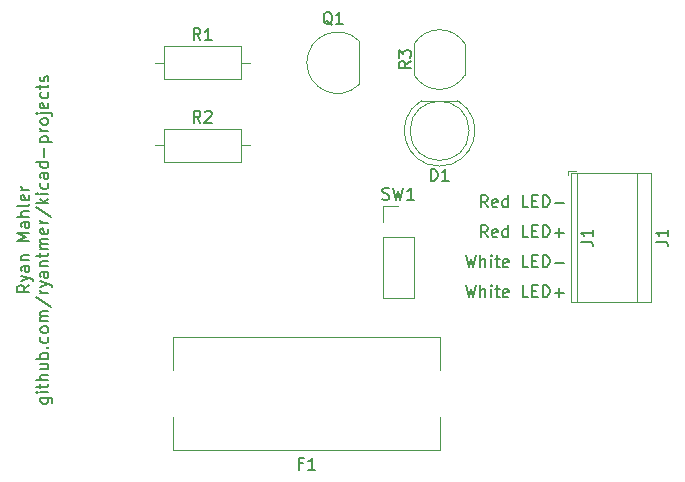
<source format=gbr>
%TF.GenerationSoftware,KiCad,Pcbnew,8.0.4*%
%TF.CreationDate,2024-08-25T13:27:35-07:00*%
%TF.ProjectId,EuroVan interior LED controller,4575726f-5661-46e2-9069-6e746572696f,rev?*%
%TF.SameCoordinates,Original*%
%TF.FileFunction,Legend,Top*%
%TF.FilePolarity,Positive*%
%FSLAX46Y46*%
G04 Gerber Fmt 4.6, Leading zero omitted, Abs format (unit mm)*
G04 Created by KiCad (PCBNEW 8.0.4) date 2024-08-25 13:27:35*
%MOMM*%
%LPD*%
G01*
G04 APERTURE LIST*
%ADD10C,0.187500*%
%ADD11C,0.150000*%
%ADD12C,0.120000*%
G04 APERTURE END LIST*
D10*
X110257925Y-124833334D02*
X109781734Y-125166667D01*
X110257925Y-125404762D02*
X109257925Y-125404762D01*
X109257925Y-125404762D02*
X109257925Y-125023810D01*
X109257925Y-125023810D02*
X109305544Y-124928572D01*
X109305544Y-124928572D02*
X109353163Y-124880953D01*
X109353163Y-124880953D02*
X109448401Y-124833334D01*
X109448401Y-124833334D02*
X109591258Y-124833334D01*
X109591258Y-124833334D02*
X109686496Y-124880953D01*
X109686496Y-124880953D02*
X109734115Y-124928572D01*
X109734115Y-124928572D02*
X109781734Y-125023810D01*
X109781734Y-125023810D02*
X109781734Y-125404762D01*
X109591258Y-124500000D02*
X110257925Y-124261905D01*
X109591258Y-124023810D02*
X110257925Y-124261905D01*
X110257925Y-124261905D02*
X110496020Y-124357143D01*
X110496020Y-124357143D02*
X110543639Y-124404762D01*
X110543639Y-124404762D02*
X110591258Y-124500000D01*
X110257925Y-123214286D02*
X109734115Y-123214286D01*
X109734115Y-123214286D02*
X109638877Y-123261905D01*
X109638877Y-123261905D02*
X109591258Y-123357143D01*
X109591258Y-123357143D02*
X109591258Y-123547619D01*
X109591258Y-123547619D02*
X109638877Y-123642857D01*
X110210306Y-123214286D02*
X110257925Y-123309524D01*
X110257925Y-123309524D02*
X110257925Y-123547619D01*
X110257925Y-123547619D02*
X110210306Y-123642857D01*
X110210306Y-123642857D02*
X110115067Y-123690476D01*
X110115067Y-123690476D02*
X110019829Y-123690476D01*
X110019829Y-123690476D02*
X109924591Y-123642857D01*
X109924591Y-123642857D02*
X109876972Y-123547619D01*
X109876972Y-123547619D02*
X109876972Y-123309524D01*
X109876972Y-123309524D02*
X109829353Y-123214286D01*
X109591258Y-122738095D02*
X110257925Y-122738095D01*
X109686496Y-122738095D02*
X109638877Y-122690476D01*
X109638877Y-122690476D02*
X109591258Y-122595238D01*
X109591258Y-122595238D02*
X109591258Y-122452381D01*
X109591258Y-122452381D02*
X109638877Y-122357143D01*
X109638877Y-122357143D02*
X109734115Y-122309524D01*
X109734115Y-122309524D02*
X110257925Y-122309524D01*
X110257925Y-121071428D02*
X109257925Y-121071428D01*
X109257925Y-121071428D02*
X109972210Y-120738095D01*
X109972210Y-120738095D02*
X109257925Y-120404762D01*
X109257925Y-120404762D02*
X110257925Y-120404762D01*
X110257925Y-119500000D02*
X109734115Y-119500000D01*
X109734115Y-119500000D02*
X109638877Y-119547619D01*
X109638877Y-119547619D02*
X109591258Y-119642857D01*
X109591258Y-119642857D02*
X109591258Y-119833333D01*
X109591258Y-119833333D02*
X109638877Y-119928571D01*
X110210306Y-119500000D02*
X110257925Y-119595238D01*
X110257925Y-119595238D02*
X110257925Y-119833333D01*
X110257925Y-119833333D02*
X110210306Y-119928571D01*
X110210306Y-119928571D02*
X110115067Y-119976190D01*
X110115067Y-119976190D02*
X110019829Y-119976190D01*
X110019829Y-119976190D02*
X109924591Y-119928571D01*
X109924591Y-119928571D02*
X109876972Y-119833333D01*
X109876972Y-119833333D02*
X109876972Y-119595238D01*
X109876972Y-119595238D02*
X109829353Y-119500000D01*
X110257925Y-119023809D02*
X109257925Y-119023809D01*
X110257925Y-118595238D02*
X109734115Y-118595238D01*
X109734115Y-118595238D02*
X109638877Y-118642857D01*
X109638877Y-118642857D02*
X109591258Y-118738095D01*
X109591258Y-118738095D02*
X109591258Y-118880952D01*
X109591258Y-118880952D02*
X109638877Y-118976190D01*
X109638877Y-118976190D02*
X109686496Y-119023809D01*
X110257925Y-117976190D02*
X110210306Y-118071428D01*
X110210306Y-118071428D02*
X110115067Y-118119047D01*
X110115067Y-118119047D02*
X109257925Y-118119047D01*
X110210306Y-117214285D02*
X110257925Y-117309523D01*
X110257925Y-117309523D02*
X110257925Y-117499999D01*
X110257925Y-117499999D02*
X110210306Y-117595237D01*
X110210306Y-117595237D02*
X110115067Y-117642856D01*
X110115067Y-117642856D02*
X109734115Y-117642856D01*
X109734115Y-117642856D02*
X109638877Y-117595237D01*
X109638877Y-117595237D02*
X109591258Y-117499999D01*
X109591258Y-117499999D02*
X109591258Y-117309523D01*
X109591258Y-117309523D02*
X109638877Y-117214285D01*
X109638877Y-117214285D02*
X109734115Y-117166666D01*
X109734115Y-117166666D02*
X109829353Y-117166666D01*
X109829353Y-117166666D02*
X109924591Y-117642856D01*
X110257925Y-116738094D02*
X109591258Y-116738094D01*
X109781734Y-116738094D02*
X109686496Y-116690475D01*
X109686496Y-116690475D02*
X109638877Y-116642856D01*
X109638877Y-116642856D02*
X109591258Y-116547618D01*
X109591258Y-116547618D02*
X109591258Y-116452380D01*
X111201202Y-134380953D02*
X112010726Y-134380953D01*
X112010726Y-134380953D02*
X112105964Y-134428572D01*
X112105964Y-134428572D02*
X112153583Y-134476191D01*
X112153583Y-134476191D02*
X112201202Y-134571429D01*
X112201202Y-134571429D02*
X112201202Y-134714286D01*
X112201202Y-134714286D02*
X112153583Y-134809524D01*
X111820250Y-134380953D02*
X111867869Y-134476191D01*
X111867869Y-134476191D02*
X111867869Y-134666667D01*
X111867869Y-134666667D02*
X111820250Y-134761905D01*
X111820250Y-134761905D02*
X111772630Y-134809524D01*
X111772630Y-134809524D02*
X111677392Y-134857143D01*
X111677392Y-134857143D02*
X111391678Y-134857143D01*
X111391678Y-134857143D02*
X111296440Y-134809524D01*
X111296440Y-134809524D02*
X111248821Y-134761905D01*
X111248821Y-134761905D02*
X111201202Y-134666667D01*
X111201202Y-134666667D02*
X111201202Y-134476191D01*
X111201202Y-134476191D02*
X111248821Y-134380953D01*
X111867869Y-133904762D02*
X111201202Y-133904762D01*
X110867869Y-133904762D02*
X110915488Y-133952381D01*
X110915488Y-133952381D02*
X110963107Y-133904762D01*
X110963107Y-133904762D02*
X110915488Y-133857143D01*
X110915488Y-133857143D02*
X110867869Y-133904762D01*
X110867869Y-133904762D02*
X110963107Y-133904762D01*
X111201202Y-133571429D02*
X111201202Y-133190477D01*
X110867869Y-133428572D02*
X111725011Y-133428572D01*
X111725011Y-133428572D02*
X111820250Y-133380953D01*
X111820250Y-133380953D02*
X111867869Y-133285715D01*
X111867869Y-133285715D02*
X111867869Y-133190477D01*
X111867869Y-132857143D02*
X110867869Y-132857143D01*
X111867869Y-132428572D02*
X111344059Y-132428572D01*
X111344059Y-132428572D02*
X111248821Y-132476191D01*
X111248821Y-132476191D02*
X111201202Y-132571429D01*
X111201202Y-132571429D02*
X111201202Y-132714286D01*
X111201202Y-132714286D02*
X111248821Y-132809524D01*
X111248821Y-132809524D02*
X111296440Y-132857143D01*
X111201202Y-131523810D02*
X111867869Y-131523810D01*
X111201202Y-131952381D02*
X111725011Y-131952381D01*
X111725011Y-131952381D02*
X111820250Y-131904762D01*
X111820250Y-131904762D02*
X111867869Y-131809524D01*
X111867869Y-131809524D02*
X111867869Y-131666667D01*
X111867869Y-131666667D02*
X111820250Y-131571429D01*
X111820250Y-131571429D02*
X111772630Y-131523810D01*
X111867869Y-131047619D02*
X110867869Y-131047619D01*
X111248821Y-131047619D02*
X111201202Y-130952381D01*
X111201202Y-130952381D02*
X111201202Y-130761905D01*
X111201202Y-130761905D02*
X111248821Y-130666667D01*
X111248821Y-130666667D02*
X111296440Y-130619048D01*
X111296440Y-130619048D02*
X111391678Y-130571429D01*
X111391678Y-130571429D02*
X111677392Y-130571429D01*
X111677392Y-130571429D02*
X111772630Y-130619048D01*
X111772630Y-130619048D02*
X111820250Y-130666667D01*
X111820250Y-130666667D02*
X111867869Y-130761905D01*
X111867869Y-130761905D02*
X111867869Y-130952381D01*
X111867869Y-130952381D02*
X111820250Y-131047619D01*
X111772630Y-130142857D02*
X111820250Y-130095238D01*
X111820250Y-130095238D02*
X111867869Y-130142857D01*
X111867869Y-130142857D02*
X111820250Y-130190476D01*
X111820250Y-130190476D02*
X111772630Y-130142857D01*
X111772630Y-130142857D02*
X111867869Y-130142857D01*
X111820250Y-129238096D02*
X111867869Y-129333334D01*
X111867869Y-129333334D02*
X111867869Y-129523810D01*
X111867869Y-129523810D02*
X111820250Y-129619048D01*
X111820250Y-129619048D02*
X111772630Y-129666667D01*
X111772630Y-129666667D02*
X111677392Y-129714286D01*
X111677392Y-129714286D02*
X111391678Y-129714286D01*
X111391678Y-129714286D02*
X111296440Y-129666667D01*
X111296440Y-129666667D02*
X111248821Y-129619048D01*
X111248821Y-129619048D02*
X111201202Y-129523810D01*
X111201202Y-129523810D02*
X111201202Y-129333334D01*
X111201202Y-129333334D02*
X111248821Y-129238096D01*
X111867869Y-128666667D02*
X111820250Y-128761905D01*
X111820250Y-128761905D02*
X111772630Y-128809524D01*
X111772630Y-128809524D02*
X111677392Y-128857143D01*
X111677392Y-128857143D02*
X111391678Y-128857143D01*
X111391678Y-128857143D02*
X111296440Y-128809524D01*
X111296440Y-128809524D02*
X111248821Y-128761905D01*
X111248821Y-128761905D02*
X111201202Y-128666667D01*
X111201202Y-128666667D02*
X111201202Y-128523810D01*
X111201202Y-128523810D02*
X111248821Y-128428572D01*
X111248821Y-128428572D02*
X111296440Y-128380953D01*
X111296440Y-128380953D02*
X111391678Y-128333334D01*
X111391678Y-128333334D02*
X111677392Y-128333334D01*
X111677392Y-128333334D02*
X111772630Y-128380953D01*
X111772630Y-128380953D02*
X111820250Y-128428572D01*
X111820250Y-128428572D02*
X111867869Y-128523810D01*
X111867869Y-128523810D02*
X111867869Y-128666667D01*
X111867869Y-127904762D02*
X111201202Y-127904762D01*
X111296440Y-127904762D02*
X111248821Y-127857143D01*
X111248821Y-127857143D02*
X111201202Y-127761905D01*
X111201202Y-127761905D02*
X111201202Y-127619048D01*
X111201202Y-127619048D02*
X111248821Y-127523810D01*
X111248821Y-127523810D02*
X111344059Y-127476191D01*
X111344059Y-127476191D02*
X111867869Y-127476191D01*
X111344059Y-127476191D02*
X111248821Y-127428572D01*
X111248821Y-127428572D02*
X111201202Y-127333334D01*
X111201202Y-127333334D02*
X111201202Y-127190477D01*
X111201202Y-127190477D02*
X111248821Y-127095238D01*
X111248821Y-127095238D02*
X111344059Y-127047619D01*
X111344059Y-127047619D02*
X111867869Y-127047619D01*
X110820250Y-125857144D02*
X112105964Y-126714286D01*
X111867869Y-125523810D02*
X111201202Y-125523810D01*
X111391678Y-125523810D02*
X111296440Y-125476191D01*
X111296440Y-125476191D02*
X111248821Y-125428572D01*
X111248821Y-125428572D02*
X111201202Y-125333334D01*
X111201202Y-125333334D02*
X111201202Y-125238096D01*
X111201202Y-125000000D02*
X111867869Y-124761905D01*
X111201202Y-124523810D02*
X111867869Y-124761905D01*
X111867869Y-124761905D02*
X112105964Y-124857143D01*
X112105964Y-124857143D02*
X112153583Y-124904762D01*
X112153583Y-124904762D02*
X112201202Y-125000000D01*
X111867869Y-123714286D02*
X111344059Y-123714286D01*
X111344059Y-123714286D02*
X111248821Y-123761905D01*
X111248821Y-123761905D02*
X111201202Y-123857143D01*
X111201202Y-123857143D02*
X111201202Y-124047619D01*
X111201202Y-124047619D02*
X111248821Y-124142857D01*
X111820250Y-123714286D02*
X111867869Y-123809524D01*
X111867869Y-123809524D02*
X111867869Y-124047619D01*
X111867869Y-124047619D02*
X111820250Y-124142857D01*
X111820250Y-124142857D02*
X111725011Y-124190476D01*
X111725011Y-124190476D02*
X111629773Y-124190476D01*
X111629773Y-124190476D02*
X111534535Y-124142857D01*
X111534535Y-124142857D02*
X111486916Y-124047619D01*
X111486916Y-124047619D02*
X111486916Y-123809524D01*
X111486916Y-123809524D02*
X111439297Y-123714286D01*
X111201202Y-123238095D02*
X111867869Y-123238095D01*
X111296440Y-123238095D02*
X111248821Y-123190476D01*
X111248821Y-123190476D02*
X111201202Y-123095238D01*
X111201202Y-123095238D02*
X111201202Y-122952381D01*
X111201202Y-122952381D02*
X111248821Y-122857143D01*
X111248821Y-122857143D02*
X111344059Y-122809524D01*
X111344059Y-122809524D02*
X111867869Y-122809524D01*
X111201202Y-122476190D02*
X111201202Y-122095238D01*
X110867869Y-122333333D02*
X111725011Y-122333333D01*
X111725011Y-122333333D02*
X111820250Y-122285714D01*
X111820250Y-122285714D02*
X111867869Y-122190476D01*
X111867869Y-122190476D02*
X111867869Y-122095238D01*
X111867869Y-121761904D02*
X111201202Y-121761904D01*
X111296440Y-121761904D02*
X111248821Y-121714285D01*
X111248821Y-121714285D02*
X111201202Y-121619047D01*
X111201202Y-121619047D02*
X111201202Y-121476190D01*
X111201202Y-121476190D02*
X111248821Y-121380952D01*
X111248821Y-121380952D02*
X111344059Y-121333333D01*
X111344059Y-121333333D02*
X111867869Y-121333333D01*
X111344059Y-121333333D02*
X111248821Y-121285714D01*
X111248821Y-121285714D02*
X111201202Y-121190476D01*
X111201202Y-121190476D02*
X111201202Y-121047619D01*
X111201202Y-121047619D02*
X111248821Y-120952380D01*
X111248821Y-120952380D02*
X111344059Y-120904761D01*
X111344059Y-120904761D02*
X111867869Y-120904761D01*
X111820250Y-120047619D02*
X111867869Y-120142857D01*
X111867869Y-120142857D02*
X111867869Y-120333333D01*
X111867869Y-120333333D02*
X111820250Y-120428571D01*
X111820250Y-120428571D02*
X111725011Y-120476190D01*
X111725011Y-120476190D02*
X111344059Y-120476190D01*
X111344059Y-120476190D02*
X111248821Y-120428571D01*
X111248821Y-120428571D02*
X111201202Y-120333333D01*
X111201202Y-120333333D02*
X111201202Y-120142857D01*
X111201202Y-120142857D02*
X111248821Y-120047619D01*
X111248821Y-120047619D02*
X111344059Y-120000000D01*
X111344059Y-120000000D02*
X111439297Y-120000000D01*
X111439297Y-120000000D02*
X111534535Y-120476190D01*
X111867869Y-119571428D02*
X111201202Y-119571428D01*
X111391678Y-119571428D02*
X111296440Y-119523809D01*
X111296440Y-119523809D02*
X111248821Y-119476190D01*
X111248821Y-119476190D02*
X111201202Y-119380952D01*
X111201202Y-119380952D02*
X111201202Y-119285714D01*
X110820250Y-118238095D02*
X112105964Y-119095237D01*
X111867869Y-117904761D02*
X110867869Y-117904761D01*
X111486916Y-117809523D02*
X111867869Y-117523809D01*
X111201202Y-117523809D02*
X111582154Y-117904761D01*
X111867869Y-117095237D02*
X111201202Y-117095237D01*
X110867869Y-117095237D02*
X110915488Y-117142856D01*
X110915488Y-117142856D02*
X110963107Y-117095237D01*
X110963107Y-117095237D02*
X110915488Y-117047618D01*
X110915488Y-117047618D02*
X110867869Y-117095237D01*
X110867869Y-117095237D02*
X110963107Y-117095237D01*
X111820250Y-116190476D02*
X111867869Y-116285714D01*
X111867869Y-116285714D02*
X111867869Y-116476190D01*
X111867869Y-116476190D02*
X111820250Y-116571428D01*
X111820250Y-116571428D02*
X111772630Y-116619047D01*
X111772630Y-116619047D02*
X111677392Y-116666666D01*
X111677392Y-116666666D02*
X111391678Y-116666666D01*
X111391678Y-116666666D02*
X111296440Y-116619047D01*
X111296440Y-116619047D02*
X111248821Y-116571428D01*
X111248821Y-116571428D02*
X111201202Y-116476190D01*
X111201202Y-116476190D02*
X111201202Y-116285714D01*
X111201202Y-116285714D02*
X111248821Y-116190476D01*
X111867869Y-115333333D02*
X111344059Y-115333333D01*
X111344059Y-115333333D02*
X111248821Y-115380952D01*
X111248821Y-115380952D02*
X111201202Y-115476190D01*
X111201202Y-115476190D02*
X111201202Y-115666666D01*
X111201202Y-115666666D02*
X111248821Y-115761904D01*
X111820250Y-115333333D02*
X111867869Y-115428571D01*
X111867869Y-115428571D02*
X111867869Y-115666666D01*
X111867869Y-115666666D02*
X111820250Y-115761904D01*
X111820250Y-115761904D02*
X111725011Y-115809523D01*
X111725011Y-115809523D02*
X111629773Y-115809523D01*
X111629773Y-115809523D02*
X111534535Y-115761904D01*
X111534535Y-115761904D02*
X111486916Y-115666666D01*
X111486916Y-115666666D02*
X111486916Y-115428571D01*
X111486916Y-115428571D02*
X111439297Y-115333333D01*
X111867869Y-114428571D02*
X110867869Y-114428571D01*
X111820250Y-114428571D02*
X111867869Y-114523809D01*
X111867869Y-114523809D02*
X111867869Y-114714285D01*
X111867869Y-114714285D02*
X111820250Y-114809523D01*
X111820250Y-114809523D02*
X111772630Y-114857142D01*
X111772630Y-114857142D02*
X111677392Y-114904761D01*
X111677392Y-114904761D02*
X111391678Y-114904761D01*
X111391678Y-114904761D02*
X111296440Y-114857142D01*
X111296440Y-114857142D02*
X111248821Y-114809523D01*
X111248821Y-114809523D02*
X111201202Y-114714285D01*
X111201202Y-114714285D02*
X111201202Y-114523809D01*
X111201202Y-114523809D02*
X111248821Y-114428571D01*
X111486916Y-113952380D02*
X111486916Y-113190476D01*
X111201202Y-112714285D02*
X112201202Y-112714285D01*
X111248821Y-112714285D02*
X111201202Y-112619047D01*
X111201202Y-112619047D02*
X111201202Y-112428571D01*
X111201202Y-112428571D02*
X111248821Y-112333333D01*
X111248821Y-112333333D02*
X111296440Y-112285714D01*
X111296440Y-112285714D02*
X111391678Y-112238095D01*
X111391678Y-112238095D02*
X111677392Y-112238095D01*
X111677392Y-112238095D02*
X111772630Y-112285714D01*
X111772630Y-112285714D02*
X111820250Y-112333333D01*
X111820250Y-112333333D02*
X111867869Y-112428571D01*
X111867869Y-112428571D02*
X111867869Y-112619047D01*
X111867869Y-112619047D02*
X111820250Y-112714285D01*
X111867869Y-111809523D02*
X111201202Y-111809523D01*
X111391678Y-111809523D02*
X111296440Y-111761904D01*
X111296440Y-111761904D02*
X111248821Y-111714285D01*
X111248821Y-111714285D02*
X111201202Y-111619047D01*
X111201202Y-111619047D02*
X111201202Y-111523809D01*
X111867869Y-111047618D02*
X111820250Y-111142856D01*
X111820250Y-111142856D02*
X111772630Y-111190475D01*
X111772630Y-111190475D02*
X111677392Y-111238094D01*
X111677392Y-111238094D02*
X111391678Y-111238094D01*
X111391678Y-111238094D02*
X111296440Y-111190475D01*
X111296440Y-111190475D02*
X111248821Y-111142856D01*
X111248821Y-111142856D02*
X111201202Y-111047618D01*
X111201202Y-111047618D02*
X111201202Y-110904761D01*
X111201202Y-110904761D02*
X111248821Y-110809523D01*
X111248821Y-110809523D02*
X111296440Y-110761904D01*
X111296440Y-110761904D02*
X111391678Y-110714285D01*
X111391678Y-110714285D02*
X111677392Y-110714285D01*
X111677392Y-110714285D02*
X111772630Y-110761904D01*
X111772630Y-110761904D02*
X111820250Y-110809523D01*
X111820250Y-110809523D02*
X111867869Y-110904761D01*
X111867869Y-110904761D02*
X111867869Y-111047618D01*
X111201202Y-110285713D02*
X112058345Y-110285713D01*
X112058345Y-110285713D02*
X112153583Y-110333332D01*
X112153583Y-110333332D02*
X112201202Y-110428570D01*
X112201202Y-110428570D02*
X112201202Y-110476189D01*
X110867869Y-110285713D02*
X110915488Y-110333332D01*
X110915488Y-110333332D02*
X110963107Y-110285713D01*
X110963107Y-110285713D02*
X110915488Y-110238094D01*
X110915488Y-110238094D02*
X110867869Y-110285713D01*
X110867869Y-110285713D02*
X110963107Y-110285713D01*
X111820250Y-109428571D02*
X111867869Y-109523809D01*
X111867869Y-109523809D02*
X111867869Y-109714285D01*
X111867869Y-109714285D02*
X111820250Y-109809523D01*
X111820250Y-109809523D02*
X111725011Y-109857142D01*
X111725011Y-109857142D02*
X111344059Y-109857142D01*
X111344059Y-109857142D02*
X111248821Y-109809523D01*
X111248821Y-109809523D02*
X111201202Y-109714285D01*
X111201202Y-109714285D02*
X111201202Y-109523809D01*
X111201202Y-109523809D02*
X111248821Y-109428571D01*
X111248821Y-109428571D02*
X111344059Y-109380952D01*
X111344059Y-109380952D02*
X111439297Y-109380952D01*
X111439297Y-109380952D02*
X111534535Y-109857142D01*
X111820250Y-108523809D02*
X111867869Y-108619047D01*
X111867869Y-108619047D02*
X111867869Y-108809523D01*
X111867869Y-108809523D02*
X111820250Y-108904761D01*
X111820250Y-108904761D02*
X111772630Y-108952380D01*
X111772630Y-108952380D02*
X111677392Y-108999999D01*
X111677392Y-108999999D02*
X111391678Y-108999999D01*
X111391678Y-108999999D02*
X111296440Y-108952380D01*
X111296440Y-108952380D02*
X111248821Y-108904761D01*
X111248821Y-108904761D02*
X111201202Y-108809523D01*
X111201202Y-108809523D02*
X111201202Y-108619047D01*
X111201202Y-108619047D02*
X111248821Y-108523809D01*
X111201202Y-108238094D02*
X111201202Y-107857142D01*
X110867869Y-108095237D02*
X111725011Y-108095237D01*
X111725011Y-108095237D02*
X111820250Y-108047618D01*
X111820250Y-108047618D02*
X111867869Y-107952380D01*
X111867869Y-107952380D02*
X111867869Y-107857142D01*
X111820250Y-107571427D02*
X111867869Y-107476189D01*
X111867869Y-107476189D02*
X111867869Y-107285713D01*
X111867869Y-107285713D02*
X111820250Y-107190475D01*
X111820250Y-107190475D02*
X111725011Y-107142856D01*
X111725011Y-107142856D02*
X111677392Y-107142856D01*
X111677392Y-107142856D02*
X111582154Y-107190475D01*
X111582154Y-107190475D02*
X111534535Y-107285713D01*
X111534535Y-107285713D02*
X111534535Y-107428570D01*
X111534535Y-107428570D02*
X111486916Y-107523808D01*
X111486916Y-107523808D02*
X111391678Y-107571427D01*
X111391678Y-107571427D02*
X111344059Y-107571427D01*
X111344059Y-107571427D02*
X111248821Y-107523808D01*
X111248821Y-107523808D02*
X111201202Y-107428570D01*
X111201202Y-107428570D02*
X111201202Y-107285713D01*
X111201202Y-107285713D02*
X111248821Y-107190475D01*
X149073977Y-118231869D02*
X148740644Y-117755678D01*
X148502549Y-118231869D02*
X148502549Y-117231869D01*
X148502549Y-117231869D02*
X148883501Y-117231869D01*
X148883501Y-117231869D02*
X148978739Y-117279488D01*
X148978739Y-117279488D02*
X149026358Y-117327107D01*
X149026358Y-117327107D02*
X149073977Y-117422345D01*
X149073977Y-117422345D02*
X149073977Y-117565202D01*
X149073977Y-117565202D02*
X149026358Y-117660440D01*
X149026358Y-117660440D02*
X148978739Y-117708059D01*
X148978739Y-117708059D02*
X148883501Y-117755678D01*
X148883501Y-117755678D02*
X148502549Y-117755678D01*
X149883501Y-118184250D02*
X149788263Y-118231869D01*
X149788263Y-118231869D02*
X149597787Y-118231869D01*
X149597787Y-118231869D02*
X149502549Y-118184250D01*
X149502549Y-118184250D02*
X149454930Y-118089011D01*
X149454930Y-118089011D02*
X149454930Y-117708059D01*
X149454930Y-117708059D02*
X149502549Y-117612821D01*
X149502549Y-117612821D02*
X149597787Y-117565202D01*
X149597787Y-117565202D02*
X149788263Y-117565202D01*
X149788263Y-117565202D02*
X149883501Y-117612821D01*
X149883501Y-117612821D02*
X149931120Y-117708059D01*
X149931120Y-117708059D02*
X149931120Y-117803297D01*
X149931120Y-117803297D02*
X149454930Y-117898535D01*
X150788263Y-118231869D02*
X150788263Y-117231869D01*
X150788263Y-118184250D02*
X150693025Y-118231869D01*
X150693025Y-118231869D02*
X150502549Y-118231869D01*
X150502549Y-118231869D02*
X150407311Y-118184250D01*
X150407311Y-118184250D02*
X150359692Y-118136630D01*
X150359692Y-118136630D02*
X150312073Y-118041392D01*
X150312073Y-118041392D02*
X150312073Y-117755678D01*
X150312073Y-117755678D02*
X150359692Y-117660440D01*
X150359692Y-117660440D02*
X150407311Y-117612821D01*
X150407311Y-117612821D02*
X150502549Y-117565202D01*
X150502549Y-117565202D02*
X150693025Y-117565202D01*
X150693025Y-117565202D02*
X150788263Y-117612821D01*
X152502549Y-118231869D02*
X152026359Y-118231869D01*
X152026359Y-118231869D02*
X152026359Y-117231869D01*
X152835883Y-117708059D02*
X153169216Y-117708059D01*
X153312073Y-118231869D02*
X152835883Y-118231869D01*
X152835883Y-118231869D02*
X152835883Y-117231869D01*
X152835883Y-117231869D02*
X153312073Y-117231869D01*
X153740645Y-118231869D02*
X153740645Y-117231869D01*
X153740645Y-117231869D02*
X153978740Y-117231869D01*
X153978740Y-117231869D02*
X154121597Y-117279488D01*
X154121597Y-117279488D02*
X154216835Y-117374726D01*
X154216835Y-117374726D02*
X154264454Y-117469964D01*
X154264454Y-117469964D02*
X154312073Y-117660440D01*
X154312073Y-117660440D02*
X154312073Y-117803297D01*
X154312073Y-117803297D02*
X154264454Y-117993773D01*
X154264454Y-117993773D02*
X154216835Y-118089011D01*
X154216835Y-118089011D02*
X154121597Y-118184250D01*
X154121597Y-118184250D02*
X153978740Y-118231869D01*
X153978740Y-118231869D02*
X153740645Y-118231869D01*
X154740645Y-117850916D02*
X155502550Y-117850916D01*
X147216835Y-122311869D02*
X147454930Y-123311869D01*
X147454930Y-123311869D02*
X147645406Y-122597583D01*
X147645406Y-122597583D02*
X147835882Y-123311869D01*
X147835882Y-123311869D02*
X148073978Y-122311869D01*
X148454930Y-123311869D02*
X148454930Y-122311869D01*
X148883501Y-123311869D02*
X148883501Y-122788059D01*
X148883501Y-122788059D02*
X148835882Y-122692821D01*
X148835882Y-122692821D02*
X148740644Y-122645202D01*
X148740644Y-122645202D02*
X148597787Y-122645202D01*
X148597787Y-122645202D02*
X148502549Y-122692821D01*
X148502549Y-122692821D02*
X148454930Y-122740440D01*
X149359692Y-123311869D02*
X149359692Y-122645202D01*
X149359692Y-122311869D02*
X149312073Y-122359488D01*
X149312073Y-122359488D02*
X149359692Y-122407107D01*
X149359692Y-122407107D02*
X149407311Y-122359488D01*
X149407311Y-122359488D02*
X149359692Y-122311869D01*
X149359692Y-122311869D02*
X149359692Y-122407107D01*
X149693025Y-122645202D02*
X150073977Y-122645202D01*
X149835882Y-122311869D02*
X149835882Y-123169011D01*
X149835882Y-123169011D02*
X149883501Y-123264250D01*
X149883501Y-123264250D02*
X149978739Y-123311869D01*
X149978739Y-123311869D02*
X150073977Y-123311869D01*
X150788263Y-123264250D02*
X150693025Y-123311869D01*
X150693025Y-123311869D02*
X150502549Y-123311869D01*
X150502549Y-123311869D02*
X150407311Y-123264250D01*
X150407311Y-123264250D02*
X150359692Y-123169011D01*
X150359692Y-123169011D02*
X150359692Y-122788059D01*
X150359692Y-122788059D02*
X150407311Y-122692821D01*
X150407311Y-122692821D02*
X150502549Y-122645202D01*
X150502549Y-122645202D02*
X150693025Y-122645202D01*
X150693025Y-122645202D02*
X150788263Y-122692821D01*
X150788263Y-122692821D02*
X150835882Y-122788059D01*
X150835882Y-122788059D02*
X150835882Y-122883297D01*
X150835882Y-122883297D02*
X150359692Y-122978535D01*
X152502549Y-123311869D02*
X152026359Y-123311869D01*
X152026359Y-123311869D02*
X152026359Y-122311869D01*
X152835883Y-122788059D02*
X153169216Y-122788059D01*
X153312073Y-123311869D02*
X152835883Y-123311869D01*
X152835883Y-123311869D02*
X152835883Y-122311869D01*
X152835883Y-122311869D02*
X153312073Y-122311869D01*
X153740645Y-123311869D02*
X153740645Y-122311869D01*
X153740645Y-122311869D02*
X153978740Y-122311869D01*
X153978740Y-122311869D02*
X154121597Y-122359488D01*
X154121597Y-122359488D02*
X154216835Y-122454726D01*
X154216835Y-122454726D02*
X154264454Y-122549964D01*
X154264454Y-122549964D02*
X154312073Y-122740440D01*
X154312073Y-122740440D02*
X154312073Y-122883297D01*
X154312073Y-122883297D02*
X154264454Y-123073773D01*
X154264454Y-123073773D02*
X154216835Y-123169011D01*
X154216835Y-123169011D02*
X154121597Y-123264250D01*
X154121597Y-123264250D02*
X153978740Y-123311869D01*
X153978740Y-123311869D02*
X153740645Y-123311869D01*
X154740645Y-122930916D02*
X155502550Y-122930916D01*
X149073977Y-120771869D02*
X148740644Y-120295678D01*
X148502549Y-120771869D02*
X148502549Y-119771869D01*
X148502549Y-119771869D02*
X148883501Y-119771869D01*
X148883501Y-119771869D02*
X148978739Y-119819488D01*
X148978739Y-119819488D02*
X149026358Y-119867107D01*
X149026358Y-119867107D02*
X149073977Y-119962345D01*
X149073977Y-119962345D02*
X149073977Y-120105202D01*
X149073977Y-120105202D02*
X149026358Y-120200440D01*
X149026358Y-120200440D02*
X148978739Y-120248059D01*
X148978739Y-120248059D02*
X148883501Y-120295678D01*
X148883501Y-120295678D02*
X148502549Y-120295678D01*
X149883501Y-120724250D02*
X149788263Y-120771869D01*
X149788263Y-120771869D02*
X149597787Y-120771869D01*
X149597787Y-120771869D02*
X149502549Y-120724250D01*
X149502549Y-120724250D02*
X149454930Y-120629011D01*
X149454930Y-120629011D02*
X149454930Y-120248059D01*
X149454930Y-120248059D02*
X149502549Y-120152821D01*
X149502549Y-120152821D02*
X149597787Y-120105202D01*
X149597787Y-120105202D02*
X149788263Y-120105202D01*
X149788263Y-120105202D02*
X149883501Y-120152821D01*
X149883501Y-120152821D02*
X149931120Y-120248059D01*
X149931120Y-120248059D02*
X149931120Y-120343297D01*
X149931120Y-120343297D02*
X149454930Y-120438535D01*
X150788263Y-120771869D02*
X150788263Y-119771869D01*
X150788263Y-120724250D02*
X150693025Y-120771869D01*
X150693025Y-120771869D02*
X150502549Y-120771869D01*
X150502549Y-120771869D02*
X150407311Y-120724250D01*
X150407311Y-120724250D02*
X150359692Y-120676630D01*
X150359692Y-120676630D02*
X150312073Y-120581392D01*
X150312073Y-120581392D02*
X150312073Y-120295678D01*
X150312073Y-120295678D02*
X150359692Y-120200440D01*
X150359692Y-120200440D02*
X150407311Y-120152821D01*
X150407311Y-120152821D02*
X150502549Y-120105202D01*
X150502549Y-120105202D02*
X150693025Y-120105202D01*
X150693025Y-120105202D02*
X150788263Y-120152821D01*
X152502549Y-120771869D02*
X152026359Y-120771869D01*
X152026359Y-120771869D02*
X152026359Y-119771869D01*
X152835883Y-120248059D02*
X153169216Y-120248059D01*
X153312073Y-120771869D02*
X152835883Y-120771869D01*
X152835883Y-120771869D02*
X152835883Y-119771869D01*
X152835883Y-119771869D02*
X153312073Y-119771869D01*
X153740645Y-120771869D02*
X153740645Y-119771869D01*
X153740645Y-119771869D02*
X153978740Y-119771869D01*
X153978740Y-119771869D02*
X154121597Y-119819488D01*
X154121597Y-119819488D02*
X154216835Y-119914726D01*
X154216835Y-119914726D02*
X154264454Y-120009964D01*
X154264454Y-120009964D02*
X154312073Y-120200440D01*
X154312073Y-120200440D02*
X154312073Y-120343297D01*
X154312073Y-120343297D02*
X154264454Y-120533773D01*
X154264454Y-120533773D02*
X154216835Y-120629011D01*
X154216835Y-120629011D02*
X154121597Y-120724250D01*
X154121597Y-120724250D02*
X153978740Y-120771869D01*
X153978740Y-120771869D02*
X153740645Y-120771869D01*
X154740645Y-120390916D02*
X155502550Y-120390916D01*
X155121597Y-120771869D02*
X155121597Y-120009964D01*
X147216835Y-124851869D02*
X147454930Y-125851869D01*
X147454930Y-125851869D02*
X147645406Y-125137583D01*
X147645406Y-125137583D02*
X147835882Y-125851869D01*
X147835882Y-125851869D02*
X148073978Y-124851869D01*
X148454930Y-125851869D02*
X148454930Y-124851869D01*
X148883501Y-125851869D02*
X148883501Y-125328059D01*
X148883501Y-125328059D02*
X148835882Y-125232821D01*
X148835882Y-125232821D02*
X148740644Y-125185202D01*
X148740644Y-125185202D02*
X148597787Y-125185202D01*
X148597787Y-125185202D02*
X148502549Y-125232821D01*
X148502549Y-125232821D02*
X148454930Y-125280440D01*
X149359692Y-125851869D02*
X149359692Y-125185202D01*
X149359692Y-124851869D02*
X149312073Y-124899488D01*
X149312073Y-124899488D02*
X149359692Y-124947107D01*
X149359692Y-124947107D02*
X149407311Y-124899488D01*
X149407311Y-124899488D02*
X149359692Y-124851869D01*
X149359692Y-124851869D02*
X149359692Y-124947107D01*
X149693025Y-125185202D02*
X150073977Y-125185202D01*
X149835882Y-124851869D02*
X149835882Y-125709011D01*
X149835882Y-125709011D02*
X149883501Y-125804250D01*
X149883501Y-125804250D02*
X149978739Y-125851869D01*
X149978739Y-125851869D02*
X150073977Y-125851869D01*
X150788263Y-125804250D02*
X150693025Y-125851869D01*
X150693025Y-125851869D02*
X150502549Y-125851869D01*
X150502549Y-125851869D02*
X150407311Y-125804250D01*
X150407311Y-125804250D02*
X150359692Y-125709011D01*
X150359692Y-125709011D02*
X150359692Y-125328059D01*
X150359692Y-125328059D02*
X150407311Y-125232821D01*
X150407311Y-125232821D02*
X150502549Y-125185202D01*
X150502549Y-125185202D02*
X150693025Y-125185202D01*
X150693025Y-125185202D02*
X150788263Y-125232821D01*
X150788263Y-125232821D02*
X150835882Y-125328059D01*
X150835882Y-125328059D02*
X150835882Y-125423297D01*
X150835882Y-125423297D02*
X150359692Y-125518535D01*
X152502549Y-125851869D02*
X152026359Y-125851869D01*
X152026359Y-125851869D02*
X152026359Y-124851869D01*
X152835883Y-125328059D02*
X153169216Y-125328059D01*
X153312073Y-125851869D02*
X152835883Y-125851869D01*
X152835883Y-125851869D02*
X152835883Y-124851869D01*
X152835883Y-124851869D02*
X153312073Y-124851869D01*
X153740645Y-125851869D02*
X153740645Y-124851869D01*
X153740645Y-124851869D02*
X153978740Y-124851869D01*
X153978740Y-124851869D02*
X154121597Y-124899488D01*
X154121597Y-124899488D02*
X154216835Y-124994726D01*
X154216835Y-124994726D02*
X154264454Y-125089964D01*
X154264454Y-125089964D02*
X154312073Y-125280440D01*
X154312073Y-125280440D02*
X154312073Y-125423297D01*
X154312073Y-125423297D02*
X154264454Y-125613773D01*
X154264454Y-125613773D02*
X154216835Y-125709011D01*
X154216835Y-125709011D02*
X154121597Y-125804250D01*
X154121597Y-125804250D02*
X153978740Y-125851869D01*
X153978740Y-125851869D02*
X153740645Y-125851869D01*
X154740645Y-125470916D02*
X155502550Y-125470916D01*
X155121597Y-125851869D02*
X155121597Y-125089964D01*
D11*
X142554819Y-105896666D02*
X142078628Y-106229999D01*
X142554819Y-106468094D02*
X141554819Y-106468094D01*
X141554819Y-106468094D02*
X141554819Y-106087142D01*
X141554819Y-106087142D02*
X141602438Y-105991904D01*
X141602438Y-105991904D02*
X141650057Y-105944285D01*
X141650057Y-105944285D02*
X141745295Y-105896666D01*
X141745295Y-105896666D02*
X141888152Y-105896666D01*
X141888152Y-105896666D02*
X141983390Y-105944285D01*
X141983390Y-105944285D02*
X142031009Y-105991904D01*
X142031009Y-105991904D02*
X142078628Y-106087142D01*
X142078628Y-106087142D02*
X142078628Y-106468094D01*
X141554819Y-105563332D02*
X141554819Y-104944285D01*
X141554819Y-104944285D02*
X141935771Y-105277618D01*
X141935771Y-105277618D02*
X141935771Y-105134761D01*
X141935771Y-105134761D02*
X141983390Y-105039523D01*
X141983390Y-105039523D02*
X142031009Y-104991904D01*
X142031009Y-104991904D02*
X142126247Y-104944285D01*
X142126247Y-104944285D02*
X142364342Y-104944285D01*
X142364342Y-104944285D02*
X142459580Y-104991904D01*
X142459580Y-104991904D02*
X142507200Y-105039523D01*
X142507200Y-105039523D02*
X142554819Y-105134761D01*
X142554819Y-105134761D02*
X142554819Y-105420475D01*
X142554819Y-105420475D02*
X142507200Y-105515713D01*
X142507200Y-105515713D02*
X142459580Y-105563332D01*
X124753333Y-104084819D02*
X124420000Y-103608628D01*
X124181905Y-104084819D02*
X124181905Y-103084819D01*
X124181905Y-103084819D02*
X124562857Y-103084819D01*
X124562857Y-103084819D02*
X124658095Y-103132438D01*
X124658095Y-103132438D02*
X124705714Y-103180057D01*
X124705714Y-103180057D02*
X124753333Y-103275295D01*
X124753333Y-103275295D02*
X124753333Y-103418152D01*
X124753333Y-103418152D02*
X124705714Y-103513390D01*
X124705714Y-103513390D02*
X124658095Y-103561009D01*
X124658095Y-103561009D02*
X124562857Y-103608628D01*
X124562857Y-103608628D02*
X124181905Y-103608628D01*
X125705714Y-104084819D02*
X125134286Y-104084819D01*
X125420000Y-104084819D02*
X125420000Y-103084819D01*
X125420000Y-103084819D02*
X125324762Y-103227676D01*
X125324762Y-103227676D02*
X125229524Y-103322914D01*
X125229524Y-103322914D02*
X125134286Y-103370533D01*
X140166667Y-117552200D02*
X140309524Y-117599819D01*
X140309524Y-117599819D02*
X140547619Y-117599819D01*
X140547619Y-117599819D02*
X140642857Y-117552200D01*
X140642857Y-117552200D02*
X140690476Y-117504580D01*
X140690476Y-117504580D02*
X140738095Y-117409342D01*
X140738095Y-117409342D02*
X140738095Y-117314104D01*
X140738095Y-117314104D02*
X140690476Y-117218866D01*
X140690476Y-117218866D02*
X140642857Y-117171247D01*
X140642857Y-117171247D02*
X140547619Y-117123628D01*
X140547619Y-117123628D02*
X140357143Y-117076009D01*
X140357143Y-117076009D02*
X140261905Y-117028390D01*
X140261905Y-117028390D02*
X140214286Y-116980771D01*
X140214286Y-116980771D02*
X140166667Y-116885533D01*
X140166667Y-116885533D02*
X140166667Y-116790295D01*
X140166667Y-116790295D02*
X140214286Y-116695057D01*
X140214286Y-116695057D02*
X140261905Y-116647438D01*
X140261905Y-116647438D02*
X140357143Y-116599819D01*
X140357143Y-116599819D02*
X140595238Y-116599819D01*
X140595238Y-116599819D02*
X140738095Y-116647438D01*
X141071429Y-116599819D02*
X141309524Y-117599819D01*
X141309524Y-117599819D02*
X141500000Y-116885533D01*
X141500000Y-116885533D02*
X141690476Y-117599819D01*
X141690476Y-117599819D02*
X141928572Y-116599819D01*
X142833333Y-117599819D02*
X142261905Y-117599819D01*
X142547619Y-117599819D02*
X142547619Y-116599819D01*
X142547619Y-116599819D02*
X142452381Y-116742676D01*
X142452381Y-116742676D02*
X142357143Y-116837914D01*
X142357143Y-116837914D02*
X142261905Y-116885533D01*
X163324819Y-121143333D02*
X164039104Y-121143333D01*
X164039104Y-121143333D02*
X164181961Y-121190952D01*
X164181961Y-121190952D02*
X164277200Y-121286190D01*
X164277200Y-121286190D02*
X164324819Y-121429047D01*
X164324819Y-121429047D02*
X164324819Y-121524285D01*
X164324819Y-120143333D02*
X164324819Y-120714761D01*
X164324819Y-120429047D02*
X163324819Y-120429047D01*
X163324819Y-120429047D02*
X163467676Y-120524285D01*
X163467676Y-120524285D02*
X163562914Y-120619523D01*
X163562914Y-120619523D02*
X163610533Y-120714761D01*
X156954819Y-121143333D02*
X157669104Y-121143333D01*
X157669104Y-121143333D02*
X157811961Y-121190952D01*
X157811961Y-121190952D02*
X157907200Y-121286190D01*
X157907200Y-121286190D02*
X157954819Y-121429047D01*
X157954819Y-121429047D02*
X157954819Y-121524285D01*
X157954819Y-120143333D02*
X157954819Y-120714761D01*
X157954819Y-120429047D02*
X156954819Y-120429047D01*
X156954819Y-120429047D02*
X157097676Y-120524285D01*
X157097676Y-120524285D02*
X157192914Y-120619523D01*
X157192914Y-120619523D02*
X157240533Y-120714761D01*
X133416666Y-139931009D02*
X133083333Y-139931009D01*
X133083333Y-140454819D02*
X133083333Y-139454819D01*
X133083333Y-139454819D02*
X133559523Y-139454819D01*
X134464285Y-140454819D02*
X133892857Y-140454819D01*
X134178571Y-140454819D02*
X134178571Y-139454819D01*
X134178571Y-139454819D02*
X134083333Y-139597676D01*
X134083333Y-139597676D02*
X133988095Y-139692914D01*
X133988095Y-139692914D02*
X133892857Y-139740533D01*
X124753333Y-111084819D02*
X124420000Y-110608628D01*
X124181905Y-111084819D02*
X124181905Y-110084819D01*
X124181905Y-110084819D02*
X124562857Y-110084819D01*
X124562857Y-110084819D02*
X124658095Y-110132438D01*
X124658095Y-110132438D02*
X124705714Y-110180057D01*
X124705714Y-110180057D02*
X124753333Y-110275295D01*
X124753333Y-110275295D02*
X124753333Y-110418152D01*
X124753333Y-110418152D02*
X124705714Y-110513390D01*
X124705714Y-110513390D02*
X124658095Y-110561009D01*
X124658095Y-110561009D02*
X124562857Y-110608628D01*
X124562857Y-110608628D02*
X124181905Y-110608628D01*
X125134286Y-110180057D02*
X125181905Y-110132438D01*
X125181905Y-110132438D02*
X125277143Y-110084819D01*
X125277143Y-110084819D02*
X125515238Y-110084819D01*
X125515238Y-110084819D02*
X125610476Y-110132438D01*
X125610476Y-110132438D02*
X125658095Y-110180057D01*
X125658095Y-110180057D02*
X125705714Y-110275295D01*
X125705714Y-110275295D02*
X125705714Y-110370533D01*
X125705714Y-110370533D02*
X125658095Y-110513390D01*
X125658095Y-110513390D02*
X125086667Y-111084819D01*
X125086667Y-111084819D02*
X125705714Y-111084819D01*
X135904761Y-102815057D02*
X135809523Y-102767438D01*
X135809523Y-102767438D02*
X135714285Y-102672200D01*
X135714285Y-102672200D02*
X135571428Y-102529342D01*
X135571428Y-102529342D02*
X135476190Y-102481723D01*
X135476190Y-102481723D02*
X135380952Y-102481723D01*
X135428571Y-102719819D02*
X135333333Y-102672200D01*
X135333333Y-102672200D02*
X135238095Y-102576961D01*
X135238095Y-102576961D02*
X135190476Y-102386485D01*
X135190476Y-102386485D02*
X135190476Y-102053152D01*
X135190476Y-102053152D02*
X135238095Y-101862676D01*
X135238095Y-101862676D02*
X135333333Y-101767438D01*
X135333333Y-101767438D02*
X135428571Y-101719819D01*
X135428571Y-101719819D02*
X135619047Y-101719819D01*
X135619047Y-101719819D02*
X135714285Y-101767438D01*
X135714285Y-101767438D02*
X135809523Y-101862676D01*
X135809523Y-101862676D02*
X135857142Y-102053152D01*
X135857142Y-102053152D02*
X135857142Y-102386485D01*
X135857142Y-102386485D02*
X135809523Y-102576961D01*
X135809523Y-102576961D02*
X135714285Y-102672200D01*
X135714285Y-102672200D02*
X135619047Y-102719819D01*
X135619047Y-102719819D02*
X135428571Y-102719819D01*
X136809523Y-102719819D02*
X136238095Y-102719819D01*
X136523809Y-102719819D02*
X136523809Y-101719819D01*
X136523809Y-101719819D02*
X136428571Y-101862676D01*
X136428571Y-101862676D02*
X136333333Y-101957914D01*
X136333333Y-101957914D02*
X136238095Y-102005533D01*
X144261905Y-115994819D02*
X144261905Y-114994819D01*
X144261905Y-114994819D02*
X144500000Y-114994819D01*
X144500000Y-114994819D02*
X144642857Y-115042438D01*
X144642857Y-115042438D02*
X144738095Y-115137676D01*
X144738095Y-115137676D02*
X144785714Y-115232914D01*
X144785714Y-115232914D02*
X144833333Y-115423390D01*
X144833333Y-115423390D02*
X144833333Y-115566247D01*
X144833333Y-115566247D02*
X144785714Y-115756723D01*
X144785714Y-115756723D02*
X144738095Y-115851961D01*
X144738095Y-115851961D02*
X144642857Y-115947200D01*
X144642857Y-115947200D02*
X144500000Y-115994819D01*
X144500000Y-115994819D02*
X144261905Y-115994819D01*
X145785714Y-115994819D02*
X145214286Y-115994819D01*
X145500000Y-115994819D02*
X145500000Y-114994819D01*
X145500000Y-114994819D02*
X145404762Y-115137676D01*
X145404762Y-115137676D02*
X145309524Y-115232914D01*
X145309524Y-115232914D02*
X145214286Y-115280533D01*
D12*
%TO.C,R3*%
X142850000Y-107050000D02*
X142850000Y-104400000D01*
X147150000Y-107050000D02*
X147150000Y-104400000D01*
X147150000Y-107050000D02*
G75*
G02*
X142865612Y-107075476I-2150000J1300000D01*
G01*
X142850000Y-104400000D02*
G75*
G02*
X147132145Y-104371973I2150000J-1350000D01*
G01*
%TO.C,R1*%
X128960000Y-106000000D02*
X128190000Y-106000000D01*
X128190000Y-107370000D02*
X128190000Y-104630000D01*
X128190000Y-104630000D02*
X121650000Y-104630000D01*
X121650000Y-107370000D02*
X128190000Y-107370000D01*
X121650000Y-104630000D02*
X121650000Y-107370000D01*
X120880000Y-106000000D02*
X121650000Y-106000000D01*
%TO.C,SW1*%
X140170000Y-118145000D02*
X141500000Y-118145000D01*
X140170000Y-119475000D02*
X140170000Y-118145000D01*
X140170000Y-120745000D02*
X140170000Y-125885000D01*
X140170000Y-120745000D02*
X142830000Y-120745000D01*
X140170000Y-125885000D02*
X142830000Y-125885000D01*
X142830000Y-120745000D02*
X142830000Y-125885000D01*
%TO.C,J1*%
X162870000Y-126241000D02*
X156130000Y-126241000D01*
X156130000Y-115380000D02*
X156130000Y-126241000D01*
X156650000Y-115380000D02*
X156650000Y-126241000D01*
X161750000Y-115380000D02*
X161750000Y-126241000D01*
X162870000Y-115380000D02*
X162870000Y-126241000D01*
X162870000Y-115380000D02*
X156130000Y-115380000D01*
X155890000Y-115140000D02*
X155890000Y-115540000D01*
X156530000Y-115140000D02*
X155890000Y-115140000D01*
%TO.C,F1*%
X122400000Y-129200000D02*
X122400000Y-132000000D01*
X122400000Y-136000000D02*
X122400000Y-138800000D01*
X145000000Y-129200000D02*
X122400000Y-129200000D01*
X145000000Y-129200000D02*
X145000000Y-132000000D01*
X145000000Y-136000000D02*
X145000000Y-138800000D01*
X145000000Y-138800000D02*
X122400000Y-138800000D01*
%TO.C,R2*%
X120880000Y-113000000D02*
X121650000Y-113000000D01*
X121650000Y-111630000D02*
X121650000Y-114370000D01*
X121650000Y-114370000D02*
X128190000Y-114370000D01*
X128190000Y-111630000D02*
X121650000Y-111630000D01*
X128190000Y-114370000D02*
X128190000Y-111630000D01*
X128960000Y-113000000D02*
X128190000Y-113000000D01*
%TO.C,Q1*%
X138198478Y-107838478D02*
G75*
G02*
X133759999Y-106000000I-1838478J1838478D01*
G01*
X133760000Y-106000000D02*
G75*
G02*
X138198478Y-104161522I2600000J0D01*
G01*
X138210000Y-107800000D02*
X138210000Y-104200000D01*
%TO.C,D1*%
X147500000Y-111770000D02*
G75*
G02*
X142500000Y-111770000I-2500000J0D01*
G01*
X142500000Y-111770000D02*
G75*
G02*
X147500000Y-111770000I2500000J0D01*
G01*
X146544830Y-109210000D02*
G75*
G02*
X144999538Y-114760000I-1544830J-2560000D01*
G01*
X145000462Y-114760000D02*
G75*
G02*
X143455170Y-109210000I-462J2990000D01*
G01*
X146545000Y-109210000D02*
X143455000Y-109210000D01*
%TD*%
M02*

</source>
